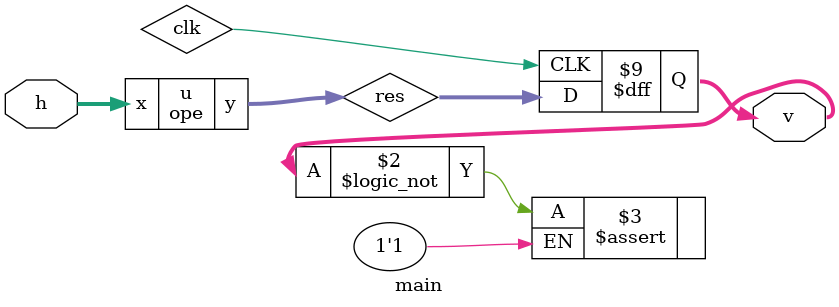
<source format=sv>
module ope(
    input [31:0] x,
    output reg [31:0] y
);
    initial y = 0;

    wire [31:0] result;
    assign result = x + 5;

    always@(posedge clk) begin
        y <= result;
    end
    
endmodule

module main(
    input [31:0] h,
    output reg [31:0] v
);

    wire [31:0] res;

    initial v = 0;

    ope u (h, res);

    always@(posedge clk) begin
        v <= res;
    end

    //assertions
    assert property (v == 0);
    
endmodule
        


</source>
